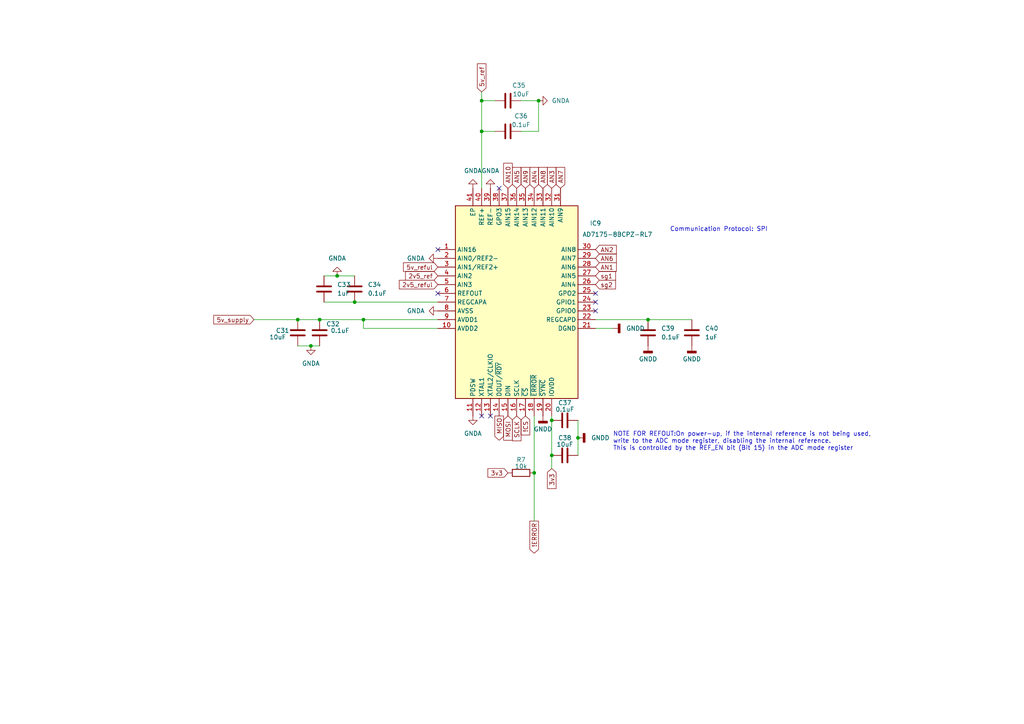
<source format=kicad_sch>
(kicad_sch (version 20231120) (generator "eeschema") (generator_version "8.0")
  (paper "A4")
  (lib_symbols
    (symbol "21xt_symbols:AD7175-8BCPZ-RL7"
      (property "Reference" "IC" (at 41.91 17.78 0))
      (property "Value" "AD7175-8BCPZ-RL7" (at 41.91 15.24 0))
      (symbol "AD7175-8BCPZ-RL7_1_1"
        (rectangle (start 5.08 12.7) (end 40.64 -43.18) (stroke (width 0.254)) (fill (type background)))
        (pin passive line (at 0 0 0) (length 5.08) (name "AIN16") (number "1"))
        (pin passive line (at 0 -22.86 0) (length 5.08) (name "AVDD2") (number "10"))
        (pin passive line (at 10.16 -48.26 90) (length 5.08) (name "PDSW") (number "11"))
        (pin passive line (at 12.7 -48.26 90) (length 5.08) (name "XTAL1") (number "12"))
        (pin passive line (at 15.24 -48.26 90) (length 5.08) (name "XTAL2/CLKIO") (number "13"))
        (pin passive line (at 17.78 -48.26 90) (length 5.08) (name "DOUT/~{RDY}") (number "14"))
        (pin passive line (at 20.32 -48.26 90) (length 5.08) (name "DIN") (number "15"))
        (pin passive line (at 22.86 -48.26 90) (length 5.08) (name "SCLK") (number "16"))
        (pin passive line (at 25.4 -48.26 90) (length 5.08) (name "~{CS}") (number "17"))
        (pin passive line (at 27.94 -48.26 90) (length 5.08) (name "~{ERROR}") (number "18"))
        (pin passive line (at 30.48 -48.26 90) (length 5.08) (name "~{SYNC}") (number "19"))
        (pin passive line (at 0 -2.54 0) (length 5.08) (name "AIN0/REF2-") (number "2"))
        (pin passive line (at 33.02 -48.26 90) (length 5.08) (name "IOVDD") (number "20"))
        (pin passive line (at 45.72 -22.86 180) (length 5.08) (name "DGND") (number "21"))
        (pin passive line (at 45.72 -20.32 180) (length 5.08) (name "REGCAPD") (number "22"))
        (pin passive line (at 45.72 -17.78 180) (length 5.08) (name "GPIO0") (number "23"))
        (pin passive line (at 45.72 -15.24 180) (length 5.08) (name "GPIO1") (number "24"))
        (pin passive line (at 45.72 -12.7 180) (length 5.08) (name "GPO2") (number "25"))
        (pin passive line (at 45.72 -10.16 180) (length 5.08) (name "AIN4") (number "26"))
        (pin passive line (at 45.72 -7.62 180) (length 5.08) (name "AIN5") (number "27"))
        (pin passive line (at 45.72 -5.08 180) (length 5.08) (name "AIN6") (number "28"))
        (pin passive line (at 45.72 -2.54 180) (length 5.08) (name "AIN7") (number "29"))
        (pin passive line (at 0 -5.08 0) (length 5.08) (name "AIN1/REF2+") (number "3"))
        (pin passive line (at 45.72 0 180) (length 5.08) (name "AIN8") (number "30"))
        (pin passive line (at 35.56 17.78 270) (length 5.08) (name "AIN9") (number "31"))
        (pin passive line (at 33.02 17.78 270) (length 5.08) (name "AIN10") (number "32"))
        (pin passive line (at 30.48 17.78 270) (length 5.08) (name "AIN11") (number "33"))
        (pin passive line (at 27.94 17.78 270) (length 5.08) (name "AIN12") (number "34"))
        (pin passive line (at 25.4 17.78 270) (length 5.08) (name "AIN13") (number "35"))
        (pin passive line (at 22.86 17.78 270) (length 5.08) (name "AIN14") (number "36"))
        (pin passive line (at 20.32 17.78 270) (length 5.08) (name "AIN15") (number "37"))
        (pin passive line (at 17.78 17.78 270) (length 5.08) (name "GPO3") (number "38"))
        (pin passive line (at 15.24 17.78 270) (length 5.08) (name "REF-") (number "39"))
        (pin passive line (at 0 -7.62 0) (length 5.08) (name "AIN2") (number "4"))
        (pin passive line (at 12.7 17.78 270) (length 5.08) (name "REF+") (number "40"))
        (pin passive line (at 10.16 17.78 270) (length 5.08) (name "EP") (number "41"))
        (pin passive line (at 0 -10.16 0) (length 5.08) (name "AIN3") (number "5"))
        (pin passive line (at 0 -12.7 0) (length 5.08) (name "REFOUT") (number "6"))
        (pin passive line (at 0 -15.24 0) (length 5.08) (name "REGCAPA") (number "7"))
        (pin passive line (at 0 -17.78 0) (length 5.08) (name "AVSS") (number "8"))
        (pin passive line (at 0 -20.32 0) (length 5.08) (name "AVDD1") (number "9"))
      )
    )
    (symbol "Device:C" (pin_numbers hide) (pin_names (offset 0.254))
      (property "Reference" "C" (at 0.635 2.54 0))
      (property "Value" "C" (at 0.635 -2.54 0))
      (symbol "C_0_1"
        (polyline (pts (xy -2.032 -0.762) (xy 2.032 -0.762)) (stroke (width 0.508)))
        (polyline (pts (xy -2.032 0.762) (xy 2.032 0.762)) (stroke (width 0.508)))
      )
      (symbol "C_1_1"
        (pin passive line (at 0 3.81 270) (length 2.794) (name "~") (number "1"))
        (pin passive line (at 0 -3.81 90) (length 2.794) (name "~") (number "2"))
      )
    )
    (symbol "Device:R" (pin_numbers hide) (pin_names (offset 0))
      (property "Reference" "R" (at 2.032 0 90))
      (property "Value" "R" (at 0 0 90))
      (symbol "R_0_1"
        (rectangle (start -1.016 -2.54) (end 1.016 2.54) (stroke (width 0.254)))
      )
      (symbol "R_1_1"
        (pin passive line (at 0 3.81 270) (length 1.27) (name "~") (number "1"))
        (pin passive line (at 0 -3.81 90) (length 1.27) (name "~") (number "2"))
      )
    )
    (symbol "power:GNDA" (power) (pin_names (offset 0))
      (property "Value" "GNDA" (at 0 -3.81 0))
      (symbol "GNDA_0_1"
        (polyline (pts (xy 0 0) (xy 0 -1.27) (xy 1.27 -1.27) (xy 0 -2.54) (xy -1.27 -1.27) (xy 0 -1.27)))
      )
      (symbol "GNDA_1_1"
        (pin power_in line (at 0 0 270) (length 0) hide (name "GNDA") (number "1"))
      )
    )
    (symbol "power:GNDD" (power) (pin_names (offset 0))
      (property "Value" "GNDD" (at 0 -3.175 0))
      (symbol "GNDD_0_1"
        (rectangle (start -1.27 -1.524) (end 1.27 -2.032) (stroke (width 0.254)) (fill (type outline)))
        (polyline (pts (xy 0 0) (xy 0 -1.524)))
      )
      (symbol "GNDD_1_1"
        (pin power_in line (at 0 0 270) (length 0) hide (name "GNDD") (number "1"))
      )
    )
  )
  (junction (at 160.02 121.92))
  (junction (at 92.71 92.71))
  (junction (at 90.17 100.33))
  (junction (at 97.79 80.01))
  (junction (at 156.21 29.21))
  (junction (at 105.41 92.71))
  (junction (at 167.64 127))
  (junction (at 139.7 29.21))
  (junction (at 154.94 137.16))
  (junction (at 139.7 38.1))
  (junction (at 86.36 92.71))
  (junction (at 160.02 132.08))
  (junction (at 187.96 92.71))
  (junction (at 102.87 87.63))
  (no_connect (at 142.24 120.65))
  (no_connect (at 172.72 85.09))
  (no_connect (at 172.72 87.63))
  (no_connect (at 144.78 54.61))
  (no_connect (at 127 85.09))
  (no_connect (at 127 72.39))
  (no_connect (at 139.7 120.65))
  (no_connect (at 172.72 90.17))
  (wire (pts (xy 86.36 100.33) (xy 90.17 100.33)))
  (wire (pts (xy 86.36 92.71) (xy 92.71 92.71)))
  (wire (pts (xy 156.21 29.21) (xy 151.13 29.21)))
  (wire (pts (xy 172.72 95.25) (xy 177.8 95.25)))
  (wire (pts (xy 92.71 92.71) (xy 105.41 92.71)))
  (wire (pts (xy 139.7 54.61) (xy 139.7 38.1)))
  (wire (pts (xy 102.87 87.63) (xy 127 87.63)))
  (wire (pts (xy 139.7 29.21) (xy 139.7 26.67)))
  (wire (pts (xy 105.41 95.25) (xy 127 95.25)))
  (wire (pts (xy 187.96 92.71) (xy 200.66 92.71)))
  (wire (pts (xy 139.7 29.21) (xy 143.51 29.21)))
  (wire (pts (xy 97.79 80.01) (xy 102.87 80.01)))
  (wire (pts (xy 139.7 38.1) (xy 143.51 38.1)))
  (wire (pts (xy 172.72 92.71) (xy 187.96 92.71)))
  (wire (pts (xy 73.66 92.71) (xy 86.36 92.71)))
  (wire (pts (xy 151.13 38.1) (xy 156.21 38.1)))
  (wire (pts (xy 139.7 38.1) (xy 139.7 29.21)))
  (wire (pts (xy 160.02 121.92) (xy 160.02 132.08)))
  (wire (pts (xy 167.64 127) (xy 167.64 132.08)))
  (wire (pts (xy 93.98 87.63) (xy 102.87 87.63)))
  (wire (pts (xy 154.94 137.16) (xy 154.94 151.13)))
  (wire (pts (xy 154.94 120.65) (xy 154.94 137.16)))
  (wire (pts (xy 160.02 120.65) (xy 160.02 121.92)))
  (wire (pts (xy 167.64 121.92) (xy 167.64 127)))
  (wire (pts (xy 93.98 80.01) (xy 97.79 80.01)))
  (wire (pts (xy 90.17 100.33) (xy 92.71 100.33)))
  (wire (pts (xy 105.41 92.71) (xy 127 92.71)))
  (wire (pts (xy 156.21 38.1) (xy 156.21 29.21)))
  (wire (pts (xy 160.02 132.08) (xy 160.02 135.89)))
  (wire (pts (xy 105.41 95.25) (xy 105.41 92.71)))
  (text "NOTE FOR REFOUT:On power-up, if the internal reference is not being used, \nwrite to the ADC mode register, disabling the internal reference. \nThis is controlled by the REF_EN bit (Bit 15) in the ADC mode register" (at 177.8 130.81 0) (effects (font (size 1.27 1.27)) (justify left bottom)))
  (text "Communication Protocol: SPI" (at 194.31 67.31 0) (effects (font (size 1.27 1.27)) (justify left bottom)))
  (global_label "2v5_reful" (shape input) (at 127 82.55 180) (property "Intersheetrefs" "${INTERSHEET_REFS}" (effects (hide yes))))
  (global_label "3v3" (shape input) (at 160.02 135.89 270) (property "Intersheetrefs" "${INTERSHEET_REFS}" (effects (hide yes))))
  (global_label "AN2" (shape input) (at 172.72 72.39 0) (property "Intersheetrefs" "${INTERSHEET_REFS}" (effects (hide yes))))
  (global_label "AN9" (shape input) (at 152.4 54.61 90) (property "Intersheetrefs" "${INTERSHEET_REFS}" (effects (hide yes))))
  (global_label "AN7" (shape input) (at 162.56 54.61 90) (property "Intersheetrefs" "${INTERSHEET_REFS}" (effects (hide yes))))
  (global_label "sg2" (shape input) (at 172.72 82.55 0) (property "Intersheetrefs" "${INTERSHEET_REFS}" (effects (hide yes))))
  (global_label "AN5" (shape input) (at 149.86 54.61 90) (property "Intersheetrefs" "${INTERSHEET_REFS}" (effects (hide yes))))
  (global_label "AN1" (shape input) (at 172.72 77.47 0) (property "Intersheetrefs" "${INTERSHEET_REFS}" (effects (hide yes))))
  (global_label "AN10" (shape input) (at 147.32 54.61 90) (property "Intersheetrefs" "${INTERSHEET_REFS}" (effects (hide yes))))
  (global_label "3v3" (shape input) (at 147.32 137.16 180) (property "Intersheetrefs" "${INTERSHEET_REFS}" (effects (hide yes))))
  (global_label "!ERROR" (shape output) (at 154.94 151.13 270) (property "Intersheetrefs" "${INTERSHEET_REFS}" (effects (hide yes))))
  (global_label "MISO" (shape output) (at 144.78 120.65 270) (property "Intersheetrefs" "${INTERSHEET_REFS}" (effects (hide yes))))
  (global_label "MOSI" (shape input) (at 147.32 120.65 270) (property "Intersheetrefs" "${INTERSHEET_REFS}" (effects (hide yes))))
  (global_label "2v5_ref" (shape input) (at 127 80.01 180) (property "Intersheetrefs" "${INTERSHEET_REFS}" (effects (hide yes))))
  (global_label "!CS" (shape input) (at 152.4 120.65 270) (property "Intersheetrefs" "${INTERSHEET_REFS}" (effects (hide yes))))
  (global_label "AN6" (shape input) (at 172.72 74.93 0) (property "Intersheetrefs" "${INTERSHEET_REFS}" (effects (hide yes))))
  (global_label "AN4" (shape input) (at 154.94 54.61 90) (property "Intersheetrefs" "${INTERSHEET_REFS}" (effects (hide yes))))
  (global_label "5v_ref" (shape input) (at 139.7 26.67 90) (property "Intersheetrefs" "${INTERSHEET_REFS}" (effects (hide yes))))
  (global_label "AN3" (shape input) (at 160.02 54.61 90) (property "Intersheetrefs" "${INTERSHEET_REFS}" (effects (hide yes))))
  (global_label "sg1" (shape input) (at 172.72 80.01 0) (property "Intersheetrefs" "${INTERSHEET_REFS}" (effects (hide yes))))
  (global_label "AN8" (shape input) (at 157.48 54.61 90) (property "Intersheetrefs" "${INTERSHEET_REFS}" (effects (hide yes))))
  (global_label "5v_reful" (shape input) (at 127 77.47 180) (property "Intersheetrefs" "${INTERSHEET_REFS}" (effects (hide yes))))
  (global_label "5v_supply" (shape input) (at 73.66 92.71 180) (property "Intersheetrefs" "${INTERSHEET_REFS}" (effects (hide yes))))
  (global_label "SCLK" (shape input) (at 149.86 120.65 270) (property "Intersheetrefs" "${INTERSHEET_REFS}" (effects (hide yes))))
  (symbol (lib_id "power:GNDD") (at 167.64 127 90) (unit 1)
    (property "Reference" "#PWR047" (effects (hide yes)))
    (property "Value" "GNDD" (at 171.45 127 90) (effects (justify right)))
  )
  (symbol (lib_id "power:GNDD") (at 177.8 95.25 90) (unit 1)
    (property "Reference" "#PWR046" (effects (hide yes)))
    (property "Value" "GNDD" (at 181.61 95.25 90) (effects (justify right)))
  )
  (symbol (lib_id "power:GNDA") (at 127 90.17 270) (unit 1)
    (property "Reference" "#PWR036" (effects (hide yes)))
    (property "Value" "GNDA" (at 123.19 90.17 90) (effects (justify right)))
  )
  (symbol (lib_id "power:GNDD") (at 157.48 120.65 0) (unit 1)
    (property "Reference" "#PWR056" (effects (hide yes)))
    (property "Value" "GNDD" (at 157.48 124.46 0))
  )
  (symbol (lib_id "Device:C") (at 147.32 29.21 90) (unit 1)
    (property "Reference" "C35" (at 150.495 24.765 90))
    (property "Value" "10uF" (at 151.13 27.305 90))
    (property "Footprint" "Capacitor_SMD:C_0603_1608Metric" (effects (hide yes)))
  )
  (symbol (lib_id "power:GNDA") (at 97.79 80.01 180) (unit 1)
    (property "Reference" "#PWR041" (effects (hide yes)))
    (property "Value" "GNDA" (at 97.79 74.93 0))
  )
  (symbol (lib_id "power:GNDD") (at 187.96 100.33 0) (unit 1)
    (property "Reference" "#PWR042" (effects (hide yes)))
    (property "Value" "GNDD" (at 187.96 104.14 0))
  )
  (symbol (lib_id "Device:C") (at 86.36 96.52 0) (unit 1)
    (property "Reference" "C31" (at 80.01 95.885 0) (effects (justify left)))
    (property "Value" "10uF" (at 78.105 97.79 0) (effects (justify left)))
    (property "Footprint" "Capacitor_SMD:C_0603_1608Metric" (effects (hide yes)))
  )
  (symbol (lib_id "power:GNDA") (at 127 74.93 270) (unit 1)
    (property "Reference" "#PWR091" (effects (hide yes)))
    (property "Value" "GNDA" (at 123.19 74.93 90) (effects (justify right)))
  )
  (symbol (lib_id "Device:C") (at 92.71 96.52 0) (unit 1)
    (property "Reference" "C32" (at 94.615 93.98 0) (effects (justify left)))
    (property "Value" "0.1uF" (at 95.885 95.885 0) (effects (justify left)))
    (property "Footprint" "Capacitor_SMD:C_0402_1005Metric" (effects (hide yes)))
  )
  (symbol (lib_id "Device:C") (at 147.32 38.1 90) (unit 1)
    (property "Reference" "C36" (at 151.13 33.655 90))
    (property "Value" "0.1uF" (at 151.13 36.195 90))
    (property "Footprint" "Capacitor_SMD:C_0402_1005Metric" (effects (hide yes)))
  )
  (symbol (lib_id "power:GNDA") (at 142.24 54.61 180) (unit 1)
    (property "Reference" "#PWR054" (effects (hide yes)))
    (property "Value" "GNDA" (at 142.24 49.53 0))
  )
  (symbol (lib_id "21xt_symbols:AD7175-8BCPZ-RL7") (at 127 72.39 0) (unit 1)
    (property "Reference" "IC9" (at 172.72 64.77 0))
    (property "Value" "AD7175-8BCPZ-RL7" (at 179.07 68.0019 0))
    (property "Footprint" "21xt_footprints:AD7175-8BCPZ-RL7" (effects (hide yes)))
    (property "Datasheet" "https://componentsearchengine.com/Datasheets/2/AD7175-8BCPZ-RL7.pdf" (effects (hide yes)))
    (property "Height" "0.8" (effects (hide yes)))
    (property "Mouser Part Number" "584-AD7175-8BCPZ-RL7" (effects (hide yes)))
    (property "Mouser Price/Stock" "https://www.mouser.co.uk/ProductDetail/Analog-Devices/AD7175-8BCPZ-RL7?qs=JeIcUl65ClCxXjl02vXI6Q%3D%3D" (effects (hide yes)))
    (property "Manufacturer_Name" "Analog Devices" (effects (hide yes)))
    (property "Manufacturer_Part_Number" "AD7175-8BCPZ-RL7" (effects (hide yes)))
  )
  (symbol (lib_id "Device:C") (at 163.83 121.92 90) (unit 1)
    (property "Reference" "C37" (at 163.83 116.84 90))
    (property "Value" "0.1uF" (at 163.83 118.745 90))
    (property "Footprint" "Capacitor_SMD:C_0402_1005Metric" (effects (hide yes)))
  )
  (symbol (lib_id "power:GNDD") (at 200.66 100.33 0) (unit 1)
    (property "Reference" "#PWR057" (effects (hide yes)))
    (property "Value" "GNDD" (at 200.66 104.14 0))
  )
  (symbol (lib_id "power:GNDA") (at 90.17 100.33 0) (unit 1)
    (property "Reference" "#PWR043" (effects (hide yes)))
    (property "Value" "GNDA" (at 90.17 105.41 0))
  )
  (symbol (lib_id "power:GNDA") (at 137.16 120.65 0) (unit 1)
    (property "Reference" "#PWR053" (effects (hide yes)))
    (property "Value" "GNDA" (at 137.16 125.73 0))
  )
  (symbol (lib_id "power:GNDA") (at 156.21 29.21 90) (unit 1)
    (property "Reference" "#PWR034" (effects (hide yes)))
    (property "Value" "GNDA" (at 160.02 29.21 90) (effects (justify right)))
  )
  (symbol (lib_id "Device:C") (at 200.66 96.52 0) (unit 1)
    (property "Reference" "C40" (at 204.47 95.25 0) (effects (justify left)))
    (property "Value" "1uF" (at 204.47 97.79 0) (effects (justify left)))
    (property "Footprint" "Capacitor_SMD:C_0402_1005Metric" (effects (hide yes)))
  )
  (symbol (lib_id "Device:C") (at 93.98 83.82 0) (unit 1)
    (property "Reference" "C33" (at 97.79 82.55 0) (effects (justify left)))
    (property "Value" "1uF" (at 97.79 85.09 0) (effects (justify left)))
    (property "Footprint" "Capacitor_SMD:C_0402_1005Metric" (effects (hide yes)))
  )
  (symbol (lib_id "Device:R") (at 151.13 137.16 90) (unit 1)
    (property "Reference" "R7" (at 151.13 133.35 90))
    (property "Value" "10k" (at 151.13 135.255 90))
    (property "Footprint" "Resistor_SMD:R_0402_1005Metric" (effects (hide yes)))
  )
  (symbol (lib_id "power:GNDA") (at 137.16 54.61 180) (unit 1)
    (property "Reference" "#PWR052" (effects (hide yes)))
    (property "Value" "GNDA" (at 137.16 49.53 0))
  )
  (symbol (lib_id "Device:C") (at 163.83 132.08 90) (unit 1)
    (property "Reference" "C38" (at 163.83 127 90))
    (property "Value" "10uF" (at 163.83 128.905 90))
    (property "Footprint" "Capacitor_SMD:C_0603_1608Metric" (effects (hide yes)))
  )
  (symbol (lib_id "Device:C") (at 102.87 83.82 0) (unit 1)
    (property "Reference" "C34" (at 106.68 82.55 0) (effects (justify left)))
    (property "Value" "0.1uF" (at 106.68 85.09 0) (effects (justify left)))
    (property "Footprint" "Capacitor_SMD:C_0402_1005Metric" (effects (hide yes)))
  )
  (symbol (lib_id "Device:C") (at 187.96 96.52 0) (unit 1)
    (property "Reference" "C39" (at 191.77 95.25 0) (effects (justify left)))
    (property "Value" "0.1uF" (at 191.77 97.79 0) (effects (justify left)))
    (property "Footprint" "Capacitor_SMD:C_0402_1005Metric" (effects (hide yes)))
  )
)
</source>
